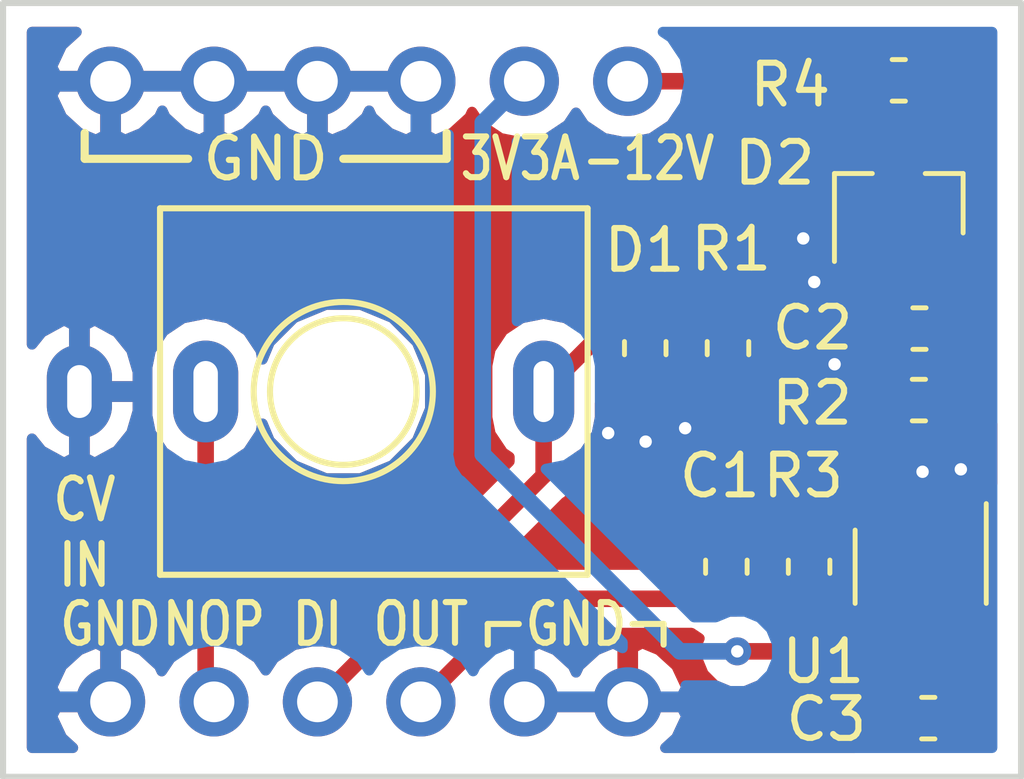
<source format=kicad_pcb>
(kicad_pcb (version 20171130) (host pcbnew "(5.0.0-3-g5ebb6b6)")

  (general
    (thickness 1.6)
    (drawings 21)
    (tracks 51)
    (zones 0)
    (modules 13)
    (nets 9)
  )

  (page A4)
  (layers
    (0 F.Cu signal)
    (31 B.Cu signal)
    (32 B.Adhes user)
    (33 F.Adhes user)
    (34 B.Paste user)
    (35 F.Paste user)
    (36 B.SilkS user)
    (37 F.SilkS user)
    (38 B.Mask user)
    (39 F.Mask user)
    (40 Dwgs.User user)
    (41 Cmts.User user)
    (42 Eco1.User user)
    (43 Eco2.User user)
    (44 Edge.Cuts user)
    (45 Margin user)
    (46 B.CrtYd user hide)
    (47 F.CrtYd user hide)
    (48 B.Fab user hide)
    (49 F.Fab user hide)
  )

  (setup
    (last_trace_width 0.1524)
    (user_trace_width 0.1524)
    (user_trace_width 0.254)
    (user_trace_width 0.4064)
    (user_trace_width 0.635)
    (trace_clearance 0.1524)
    (zone_clearance 0.508)
    (zone_45_only no)
    (trace_min 0.1524)
    (segment_width 0.15)
    (edge_width 0.15)
    (via_size 0.6858)
    (via_drill 0.3048)
    (via_min_size 0.6858)
    (via_min_drill 0.3048)
    (uvia_size 0.3048)
    (uvia_drill 0.1524)
    (uvias_allowed no)
    (uvia_min_size 0.2)
    (uvia_min_drill 0.1)
    (pcb_text_width 0.3)
    (pcb_text_size 1.5 1.5)
    (mod_edge_width 0.15)
    (mod_text_size 1 1)
    (mod_text_width 0.15)
    (pad_size 1.524 1.524)
    (pad_drill 0.762)
    (pad_to_mask_clearance 0.07)
    (solder_mask_min_width 0.07)
    (aux_axis_origin 0 0)
    (visible_elements FFFFFF7F)
    (pcbplotparams
      (layerselection 0x010fc_ffffffff)
      (usegerberextensions false)
      (usegerberattributes false)
      (usegerberadvancedattributes false)
      (creategerberjobfile false)
      (excludeedgelayer true)
      (linewidth 0.100000)
      (plotframeref false)
      (viasonmask false)
      (mode 1)
      (useauxorigin false)
      (hpglpennumber 1)
      (hpglpenspeed 20)
      (hpglpendiameter 15.000000)
      (psnegative false)
      (psa4output false)
      (plotreference true)
      (plotvalue true)
      (plotinvisibletext false)
      (padsonsilk false)
      (subtractmaskfromsilk false)
      (outputformat 1)
      (mirror false)
      (drillshape 1)
      (scaleselection 1)
      (outputdirectory ""))
  )

  (net 0 "")
  (net 1 GND)
  (net 2 "Net-(C1-Pad2)")
  (net 3 -12V)
  (net 4 VREF-10)
  (net 5 NOP)
  (net 6 +3V3)
  (net 7 OUT)
  (net 8 DI)

  (net_class Default "This is the default net class."
    (clearance 0.1524)
    (trace_width 0.1524)
    (via_dia 0.6858)
    (via_drill 0.3048)
    (uvia_dia 0.3048)
    (uvia_drill 0.1524)
    (diff_pair_gap 0.1524)
    (diff_pair_width 0.1524)
    (add_net +3V3)
    (add_net -12V)
    (add_net DI)
    (add_net GND)
    (add_net NOP)
    (add_net "Net-(C1-Pad2)")
    (add_net OUT)
    (add_net VREF-10)
  )

  (module Connector_PinHeader_2.54mm:PinHeader_1x06_P2.54mm_Vertical (layer B.Cu) (tedit 5FC942ED) (tstamp 5FCA2D88)
    (at 116.34 73.16 90)
    (descr "Through hole straight pin header, 1x06, 2.54mm pitch, single row")
    (tags "Through hole pin header THT 1x06 2.54mm single row")
    (path /5FC933AD)
    (fp_text reference J2 (at 0 2.33 90) (layer B.SilkS) hide
      (effects (font (size 1 1) (thickness 0.15)) (justify mirror))
    )
    (fp_text value OUT (at 0 -15.03 90) (layer B.Fab)
      (effects (font (size 1 1) (thickness 0.15)) (justify mirror))
    )
    (fp_line (start -0.635 1.27) (end 1.27 1.27) (layer B.Fab) (width 0.1))
    (fp_line (start 1.27 1.27) (end 1.27 -13.97) (layer B.Fab) (width 0.1))
    (fp_line (start 1.27 -13.97) (end -1.27 -13.97) (layer B.Fab) (width 0.1))
    (fp_line (start -1.27 -13.97) (end -1.27 0.635) (layer B.Fab) (width 0.1))
    (fp_line (start -1.27 0.635) (end -0.635 1.27) (layer B.Fab) (width 0.1))
    (fp_line (start -1.8 1.8) (end -1.8 -14.5) (layer B.CrtYd) (width 0.05))
    (fp_line (start -1.8 -14.5) (end 1.8 -14.5) (layer B.CrtYd) (width 0.05))
    (fp_line (start 1.8 -14.5) (end 1.8 1.8) (layer B.CrtYd) (width 0.05))
    (fp_line (start 1.8 1.8) (end -1.8 1.8) (layer B.CrtYd) (width 0.05))
    (fp_text user %R (at 0 -6.35) (layer B.Fab)
      (effects (font (size 1 1) (thickness 0.15)) (justify mirror))
    )
    (pad 1 thru_hole oval (at 0 0 90) (size 1.7 1.7) (drill 1) (layers *.Cu *.Mask)
      (net 1 GND))
    (pad 2 thru_hole oval (at 0 -2.54 90) (size 1.7 1.7) (drill 1) (layers *.Cu *.Mask)
      (net 1 GND))
    (pad 3 thru_hole oval (at 0 -5.08 90) (size 1.7 1.7) (drill 1) (layers *.Cu *.Mask)
      (net 7 OUT))
    (pad 4 thru_hole oval (at 0 -7.62 90) (size 1.7 1.7) (drill 1) (layers *.Cu *.Mask)
      (net 8 DI))
    (pad 5 thru_hole oval (at 0 -10.16 90) (size 1.7 1.7) (drill 1) (layers *.Cu *.Mask)
      (net 5 NOP))
    (pad 6 thru_hole oval (at 0 -12.7 90) (size 1.7 1.7) (drill 1) (layers *.Cu *.Mask)
      (net 1 GND))
    (model ${KISYS3DMOD}/Connector_PinHeader_2.54mm.3dshapes/PinHeader_1x06_P2.54mm_Vertical.wrl
      (at (xyz 0 0 0))
      (scale (xyz 1 1 1))
      (rotate (xyz 0 0 0))
    )
  )

  (module Connector_PinHeader_2.54mm:PinHeader_1x06_P2.54mm_Vertical (layer B.Cu) (tedit 5FC942C9) (tstamp 5FCA2C6E)
    (at 103.64 57.92 270)
    (descr "Through hole straight pin header, 1x06, 2.54mm pitch, single row")
    (tags "Through hole pin header THT 1x06 2.54mm single row")
    (path /5FCA991E)
    (fp_text reference J3 (at 0 2.33 270) (layer B.SilkS) hide
      (effects (font (size 1 1) (thickness 0.15)) (justify mirror))
    )
    (fp_text value POWER (at 0 -15.03 270) (layer B.Fab)
      (effects (font (size 1 1) (thickness 0.15)) (justify mirror))
    )
    (fp_text user %R (at 0 -6.35 180) (layer B.Fab)
      (effects (font (size 1 1) (thickness 0.15)) (justify mirror))
    )
    (fp_line (start 1.8 1.8) (end -1.8 1.8) (layer B.CrtYd) (width 0.05))
    (fp_line (start 1.8 -14.5) (end 1.8 1.8) (layer B.CrtYd) (width 0.05))
    (fp_line (start -1.8 -14.5) (end 1.8 -14.5) (layer B.CrtYd) (width 0.05))
    (fp_line (start -1.8 1.8) (end -1.8 -14.5) (layer B.CrtYd) (width 0.05))
    (fp_line (start -1.27 0.635) (end -0.635 1.27) (layer B.Fab) (width 0.1))
    (fp_line (start -1.27 -13.97) (end -1.27 0.635) (layer B.Fab) (width 0.1))
    (fp_line (start 1.27 -13.97) (end -1.27 -13.97) (layer B.Fab) (width 0.1))
    (fp_line (start 1.27 1.27) (end 1.27 -13.97) (layer B.Fab) (width 0.1))
    (fp_line (start -0.635 1.27) (end 1.27 1.27) (layer B.Fab) (width 0.1))
    (pad 6 thru_hole oval (at 0 -12.7 270) (size 1.7 1.7) (drill 1) (layers *.Cu *.Mask)
      (net 3 -12V))
    (pad 5 thru_hole oval (at 0 -10.16 270) (size 1.7 1.7) (drill 1) (layers *.Cu *.Mask)
      (net 6 +3V3))
    (pad 4 thru_hole oval (at 0 -7.62 270) (size 1.7 1.7) (drill 1) (layers *.Cu *.Mask)
      (net 1 GND))
    (pad 3 thru_hole oval (at 0 -5.08 270) (size 1.7 1.7) (drill 1) (layers *.Cu *.Mask)
      (net 1 GND))
    (pad 2 thru_hole oval (at 0 -2.54 270) (size 1.7 1.7) (drill 1) (layers *.Cu *.Mask)
      (net 1 GND))
    (pad 1 thru_hole oval (at 0 0 270) (size 1.7 1.7) (drill 1) (layers *.Cu *.Mask)
      (net 1 GND))
    (model ${KISYS3DMOD}/Connector_PinHeader_2.54mm.3dshapes/PinHeader_1x06_P2.54mm_Vertical.wrl
      (at (xyz 0 0 0))
      (scale (xyz 1 1 1))
      (rotate (xyz 0 0 0))
    )
  )

  (module Capacitor_SMD:C_0603_1608Metric (layer F.Cu) (tedit 5B301BBE) (tstamp 5FCB0D8A)
    (at 118.762 69.842 90)
    (descr "Capacitor SMD 0603 (1608 Metric), square (rectangular) end terminal, IPC_7351 nominal, (Body size source: http://www.tortai-tech.com/upload/download/2011102023233369053.pdf), generated with kicad-footprint-generator")
    (tags capacitor)
    (path /5FC94BD6)
    (attr smd)
    (fp_text reference C1 (at 2.232 -0.162 180) (layer F.SilkS)
      (effects (font (size 1 1) (thickness 0.15)))
    )
    (fp_text value 1n (at 0 1.43 90) (layer F.Fab)
      (effects (font (size 1 1) (thickness 0.15)))
    )
    (fp_line (start -0.8 0.4) (end -0.8 -0.4) (layer F.Fab) (width 0.1))
    (fp_line (start -0.8 -0.4) (end 0.8 -0.4) (layer F.Fab) (width 0.1))
    (fp_line (start 0.8 -0.4) (end 0.8 0.4) (layer F.Fab) (width 0.1))
    (fp_line (start 0.8 0.4) (end -0.8 0.4) (layer F.Fab) (width 0.1))
    (fp_line (start -0.162779 -0.51) (end 0.162779 -0.51) (layer F.SilkS) (width 0.12))
    (fp_line (start -0.162779 0.51) (end 0.162779 0.51) (layer F.SilkS) (width 0.12))
    (fp_line (start -1.48 0.73) (end -1.48 -0.73) (layer F.CrtYd) (width 0.05))
    (fp_line (start -1.48 -0.73) (end 1.48 -0.73) (layer F.CrtYd) (width 0.05))
    (fp_line (start 1.48 -0.73) (end 1.48 0.73) (layer F.CrtYd) (width 0.05))
    (fp_line (start 1.48 0.73) (end -1.48 0.73) (layer F.CrtYd) (width 0.05))
    (fp_text user %R (at 0 0 90) (layer F.Fab)
      (effects (font (size 0.4 0.4) (thickness 0.06)))
    )
    (pad 1 smd roundrect (at -0.7875 0 90) (size 0.875 0.95) (layers F.Cu F.Paste F.Mask) (roundrect_rratio 0.25)
      (net 7 OUT))
    (pad 2 smd roundrect (at 0.7875 0 90) (size 0.875 0.95) (layers F.Cu F.Paste F.Mask) (roundrect_rratio 0.25)
      (net 2 "Net-(C1-Pad2)"))
    (model ${KISYS3DMOD}/Capacitor_SMD.3dshapes/C_0603_1608Metric.wrl
      (at (xyz 0 0 0))
      (scale (xyz 1 1 1))
      (rotate (xyz 0 0 0))
    )
  )

  (module Connector_Thonk:ThonkiconnJack (layer F.Cu) (tedit 5FC94102) (tstamp 5FCA18D8)
    (at 109.355 65.54 270)
    (path /5FC82E98)
    (fp_text reference J1 (at 0 -7.5 270) (layer F.SilkS) hide
      (effects (font (size 1 1) (thickness 0.15)))
    )
    (fp_text value IN (at 0 9.3 270) (layer F.Fab)
      (effects (font (size 1 1) (thickness 0.15)))
    )
    (fp_circle (center 0 0) (end 2.2 0) (layer F.SilkS) (width 0.15))
    (fp_line (start -4.5 4.5) (end 4.5 4.5) (layer F.SilkS) (width 0.15))
    (fp_line (start 4.5 -6) (end 4.5 4.5) (layer F.SilkS) (width 0.15))
    (fp_line (start -4.5 -6) (end -4.5 4.5) (layer F.SilkS) (width 0.15))
    (fp_line (start -4.5 -6) (end 4.5 -6) (layer F.SilkS) (width 0.15))
    (fp_circle (center 0 0) (end 1.8 0) (layer F.SilkS) (width 0.15))
    (pad S thru_hole oval (at 0 6.48 270) (size 2.3 1.6) (drill oval 1.3 0.6) (layers *.Cu *.Mask)
      (net 1 GND))
    (pad TN thru_hole oval (at 0 3.38 270) (size 2.5 1.6) (drill oval 1.5 0.6) (layers *.Cu *.Mask)
      (net 5 NOP))
    (pad T thru_hole oval (at 0 -4.92 270) (size 2.5 1.5) (drill oval 1.5 0.5) (layers *.Cu *.Mask)
      (net 8 DI))
    (pad "" np_thru_hole circle (at 0 0 270) (size 3 3) (drill 3) (layers *.Cu *.Mask))
  )

  (module Resistor_SMD:R_0603_1608Metric (layer F.Cu) (tedit 5B301BBD) (tstamp 5FCA24C7)
    (at 118.802 64.474 90)
    (descr "Resistor SMD 0603 (1608 Metric), square (rectangular) end terminal, IPC_7351 nominal, (Body size source: http://www.tortai-tech.com/upload/download/2011102023233369053.pdf), generated with kicad-footprint-generator")
    (tags resistor)
    (path /5FC92D66)
    (attr smd)
    (fp_text reference R1 (at 2.434 0.078 180) (layer F.SilkS)
      (effects (font (size 1 1) (thickness 0.15)))
    )
    (fp_text value 100k (at 0 1.43 90) (layer F.Fab)
      (effects (font (size 1 1) (thickness 0.15)))
    )
    (fp_line (start -0.8 0.4) (end -0.8 -0.4) (layer F.Fab) (width 0.1))
    (fp_line (start -0.8 -0.4) (end 0.8 -0.4) (layer F.Fab) (width 0.1))
    (fp_line (start 0.8 -0.4) (end 0.8 0.4) (layer F.Fab) (width 0.1))
    (fp_line (start 0.8 0.4) (end -0.8 0.4) (layer F.Fab) (width 0.1))
    (fp_line (start -0.162779 -0.51) (end 0.162779 -0.51) (layer F.SilkS) (width 0.12))
    (fp_line (start -0.162779 0.51) (end 0.162779 0.51) (layer F.SilkS) (width 0.12))
    (fp_line (start -1.48 0.73) (end -1.48 -0.73) (layer F.CrtYd) (width 0.05))
    (fp_line (start -1.48 -0.73) (end 1.48 -0.73) (layer F.CrtYd) (width 0.05))
    (fp_line (start 1.48 -0.73) (end 1.48 0.73) (layer F.CrtYd) (width 0.05))
    (fp_line (start 1.48 0.73) (end -1.48 0.73) (layer F.CrtYd) (width 0.05))
    (fp_text user %R (at 0 0 90) (layer F.Fab)
      (effects (font (size 0.4 0.4) (thickness 0.06)))
    )
    (pad 1 smd roundrect (at -0.7875 0 90) (size 0.875 0.95) (layers F.Cu F.Paste F.Mask) (roundrect_rratio 0.25)
      (net 2 "Net-(C1-Pad2)"))
    (pad 2 smd roundrect (at 0.7875 0 90) (size 0.875 0.95) (layers F.Cu F.Paste F.Mask) (roundrect_rratio 0.25)
      (net 8 DI))
    (model ${KISYS3DMOD}/Resistor_SMD.3dshapes/R_0603_1608Metric.wrl
      (at (xyz 0 0 0))
      (scale (xyz 1 1 1))
      (rotate (xyz 0 0 0))
    )
  )

  (module Resistor_SMD:R_0603_1608Metric (layer F.Cu) (tedit 5B301BBD) (tstamp 5FCB06A8)
    (at 123.49 65.75)
    (descr "Resistor SMD 0603 (1608 Metric), square (rectangular) end terminal, IPC_7351 nominal, (Body size source: http://www.tortai-tech.com/upload/download/2011102023233369053.pdf), generated with kicad-footprint-generator")
    (tags resistor)
    (path /5FCABCF0)
    (attr smd)
    (fp_text reference R2 (at -2.624 0.074) (layer F.SilkS)
      (effects (font (size 1 1) (thickness 0.15)))
    )
    (fp_text value 120k (at 0 1.43) (layer F.Fab)
      (effects (font (size 1 1) (thickness 0.15)))
    )
    (fp_text user %R (at 0 0) (layer F.Fab)
      (effects (font (size 0.4 0.4) (thickness 0.06)))
    )
    (fp_line (start 1.48 0.73) (end -1.48 0.73) (layer F.CrtYd) (width 0.05))
    (fp_line (start 1.48 -0.73) (end 1.48 0.73) (layer F.CrtYd) (width 0.05))
    (fp_line (start -1.48 -0.73) (end 1.48 -0.73) (layer F.CrtYd) (width 0.05))
    (fp_line (start -1.48 0.73) (end -1.48 -0.73) (layer F.CrtYd) (width 0.05))
    (fp_line (start -0.162779 0.51) (end 0.162779 0.51) (layer F.SilkS) (width 0.12))
    (fp_line (start -0.162779 -0.51) (end 0.162779 -0.51) (layer F.SilkS) (width 0.12))
    (fp_line (start 0.8 0.4) (end -0.8 0.4) (layer F.Fab) (width 0.1))
    (fp_line (start 0.8 -0.4) (end 0.8 0.4) (layer F.Fab) (width 0.1))
    (fp_line (start -0.8 -0.4) (end 0.8 -0.4) (layer F.Fab) (width 0.1))
    (fp_line (start -0.8 0.4) (end -0.8 -0.4) (layer F.Fab) (width 0.1))
    (pad 2 smd roundrect (at 0.7875 0) (size 0.875 0.95) (layers F.Cu F.Paste F.Mask) (roundrect_rratio 0.25)
      (net 4 VREF-10))
    (pad 1 smd roundrect (at -0.7875 0) (size 0.875 0.95) (layers F.Cu F.Paste F.Mask) (roundrect_rratio 0.25)
      (net 2 "Net-(C1-Pad2)"))
    (model ${KISYS3DMOD}/Resistor_SMD.3dshapes/R_0603_1608Metric.wrl
      (at (xyz 0 0 0))
      (scale (xyz 1 1 1))
      (rotate (xyz 0 0 0))
    )
  )

  (module Resistor_SMD:R_0603_1608Metric (layer F.Cu) (tedit 5B301BBD) (tstamp 5FCB0DBA)
    (at 120.794 69.842 90)
    (descr "Resistor SMD 0603 (1608 Metric), square (rectangular) end terminal, IPC_7351 nominal, (Body size source: http://www.tortai-tech.com/upload/download/2011102023233369053.pdf), generated with kicad-footprint-generator")
    (tags resistor)
    (path /5FCA6E46)
    (attr smd)
    (fp_text reference R3 (at 2.232 -0.144 180) (layer F.SilkS)
      (effects (font (size 1 1) (thickness 0.15)))
    )
    (fp_text value 20k (at 0 1.43 90) (layer F.Fab)
      (effects (font (size 1 1) (thickness 0.15)))
    )
    (fp_line (start -0.8 0.4) (end -0.8 -0.4) (layer F.Fab) (width 0.1))
    (fp_line (start -0.8 -0.4) (end 0.8 -0.4) (layer F.Fab) (width 0.1))
    (fp_line (start 0.8 -0.4) (end 0.8 0.4) (layer F.Fab) (width 0.1))
    (fp_line (start 0.8 0.4) (end -0.8 0.4) (layer F.Fab) (width 0.1))
    (fp_line (start -0.162779 -0.51) (end 0.162779 -0.51) (layer F.SilkS) (width 0.12))
    (fp_line (start -0.162779 0.51) (end 0.162779 0.51) (layer F.SilkS) (width 0.12))
    (fp_line (start -1.48 0.73) (end -1.48 -0.73) (layer F.CrtYd) (width 0.05))
    (fp_line (start -1.48 -0.73) (end 1.48 -0.73) (layer F.CrtYd) (width 0.05))
    (fp_line (start 1.48 -0.73) (end 1.48 0.73) (layer F.CrtYd) (width 0.05))
    (fp_line (start 1.48 0.73) (end -1.48 0.73) (layer F.CrtYd) (width 0.05))
    (fp_text user %R (at 0 0 90) (layer F.Fab)
      (effects (font (size 0.4 0.4) (thickness 0.06)))
    )
    (pad 1 smd roundrect (at -0.7875 0 90) (size 0.875 0.95) (layers F.Cu F.Paste F.Mask) (roundrect_rratio 0.25)
      (net 7 OUT))
    (pad 2 smd roundrect (at 0.7875 0 90) (size 0.875 0.95) (layers F.Cu F.Paste F.Mask) (roundrect_rratio 0.25)
      (net 2 "Net-(C1-Pad2)"))
    (model ${KISYS3DMOD}/Resistor_SMD.3dshapes/R_0603_1608Metric.wrl
      (at (xyz 0 0 0))
      (scale (xyz 1 1 1))
      (rotate (xyz 0 0 0))
    )
  )

  (module Resistor_SMD:R_0603_1608Metric (layer F.Cu) (tedit 5B301BBD) (tstamp 5FCA263B)
    (at 122.996 57.898 180)
    (descr "Resistor SMD 0603 (1608 Metric), square (rectangular) end terminal, IPC_7351 nominal, (Body size source: http://www.tortai-tech.com/upload/download/2011102023233369053.pdf), generated with kicad-footprint-generator")
    (tags resistor)
    (path /5FCAD1D2)
    (attr smd)
    (fp_text reference R4 (at 2.666 -0.112 180) (layer F.SilkS)
      (effects (font (size 1 1) (thickness 0.15)))
    )
    (fp_text value 4.99k (at 0 1.43 180) (layer F.Fab)
      (effects (font (size 1 1) (thickness 0.15)))
    )
    (fp_text user %R (at 0 0 180) (layer F.Fab)
      (effects (font (size 0.4 0.4) (thickness 0.06)))
    )
    (fp_line (start 1.48 0.73) (end -1.48 0.73) (layer F.CrtYd) (width 0.05))
    (fp_line (start 1.48 -0.73) (end 1.48 0.73) (layer F.CrtYd) (width 0.05))
    (fp_line (start -1.48 -0.73) (end 1.48 -0.73) (layer F.CrtYd) (width 0.05))
    (fp_line (start -1.48 0.73) (end -1.48 -0.73) (layer F.CrtYd) (width 0.05))
    (fp_line (start -0.162779 0.51) (end 0.162779 0.51) (layer F.SilkS) (width 0.12))
    (fp_line (start -0.162779 -0.51) (end 0.162779 -0.51) (layer F.SilkS) (width 0.12))
    (fp_line (start 0.8 0.4) (end -0.8 0.4) (layer F.Fab) (width 0.1))
    (fp_line (start 0.8 -0.4) (end 0.8 0.4) (layer F.Fab) (width 0.1))
    (fp_line (start -0.8 -0.4) (end 0.8 -0.4) (layer F.Fab) (width 0.1))
    (fp_line (start -0.8 0.4) (end -0.8 -0.4) (layer F.Fab) (width 0.1))
    (pad 2 smd roundrect (at 0.7875 0 180) (size 0.875 0.95) (layers F.Cu F.Paste F.Mask) (roundrect_rratio 0.25)
      (net 3 -12V))
    (pad 1 smd roundrect (at -0.7875 0 180) (size 0.875 0.95) (layers F.Cu F.Paste F.Mask) (roundrect_rratio 0.25)
      (net 4 VREF-10))
    (model ${KISYS3DMOD}/Resistor_SMD.3dshapes/R_0603_1608Metric.wrl
      (at (xyz 0 0 0))
      (scale (xyz 1 1 1))
      (rotate (xyz 0 0 0))
    )
  )

  (module Resistor_SMD:R_0603_1608Metric (layer F.Cu) (tedit 5B301BBD) (tstamp 5FCB054F)
    (at 116.77 64.474 270)
    (descr "Resistor SMD 0603 (1608 Metric), square (rectangular) end terminal, IPC_7351 nominal, (Body size source: http://www.tortai-tech.com/upload/download/2011102023233369053.pdf), generated with kicad-footprint-generator")
    (tags resistor)
    (path /5FCAD855)
    (attr smd)
    (fp_text reference D1 (at -2.404 0.02) (layer F.SilkS)
      (effects (font (size 1 1) (thickness 0.15)))
    )
    (fp_text value D_TVS (at 0 1.43 270) (layer F.Fab)
      (effects (font (size 1 1) (thickness 0.15)))
    )
    (fp_line (start -0.8 0.4) (end -0.8 -0.4) (layer F.Fab) (width 0.1))
    (fp_line (start -0.8 -0.4) (end 0.8 -0.4) (layer F.Fab) (width 0.1))
    (fp_line (start 0.8 -0.4) (end 0.8 0.4) (layer F.Fab) (width 0.1))
    (fp_line (start 0.8 0.4) (end -0.8 0.4) (layer F.Fab) (width 0.1))
    (fp_line (start -0.162779 -0.51) (end 0.162779 -0.51) (layer F.SilkS) (width 0.12))
    (fp_line (start -0.162779 0.51) (end 0.162779 0.51) (layer F.SilkS) (width 0.12))
    (fp_line (start -1.48 0.73) (end -1.48 -0.73) (layer F.CrtYd) (width 0.05))
    (fp_line (start -1.48 -0.73) (end 1.48 -0.73) (layer F.CrtYd) (width 0.05))
    (fp_line (start 1.48 -0.73) (end 1.48 0.73) (layer F.CrtYd) (width 0.05))
    (fp_line (start 1.48 0.73) (end -1.48 0.73) (layer F.CrtYd) (width 0.05))
    (fp_text user %R (at 0 0 270) (layer F.Fab)
      (effects (font (size 0.4 0.4) (thickness 0.06)))
    )
    (pad 1 smd roundrect (at -0.7875 0 270) (size 0.875 0.95) (layers F.Cu F.Paste F.Mask) (roundrect_rratio 0.25)
      (net 8 DI))
    (pad 2 smd roundrect (at 0.7875 0 270) (size 0.875 0.95) (layers F.Cu F.Paste F.Mask) (roundrect_rratio 0.25)
      (net 1 GND))
    (model ${KISYS3DMOD}/Resistor_SMD.3dshapes/R_0603_1608Metric.wrl
      (at (xyz 0 0 0))
      (scale (xyz 1 1 1))
      (rotate (xyz 0 0 0))
    )
  )

  (module Package_TO_SOT_SMD:SOT-23 (layer F.Cu) (tedit 5A02FF57) (tstamp 5FCB0564)
    (at 122.996 60.946 90)
    (descr "SOT-23, Standard")
    (tags SOT-23)
    (path /5FCAD41B)
    (attr smd)
    (fp_text reference D2 (at 1.016 -3.048 180) (layer F.SilkS)
      (effects (font (size 1 1) (thickness 0.15)))
    )
    (fp_text value LM4040DBZ-10 (at 0 2.5 90) (layer F.Fab)
      (effects (font (size 1 1) (thickness 0.15)))
    )
    (fp_text user %R (at 0 0 180) (layer F.Fab)
      (effects (font (size 0.5 0.5) (thickness 0.075)))
    )
    (fp_line (start -0.7 -0.95) (end -0.7 1.5) (layer F.Fab) (width 0.1))
    (fp_line (start -0.15 -1.52) (end 0.7 -1.52) (layer F.Fab) (width 0.1))
    (fp_line (start -0.7 -0.95) (end -0.15 -1.52) (layer F.Fab) (width 0.1))
    (fp_line (start 0.7 -1.52) (end 0.7 1.52) (layer F.Fab) (width 0.1))
    (fp_line (start -0.7 1.52) (end 0.7 1.52) (layer F.Fab) (width 0.1))
    (fp_line (start 0.76 1.58) (end 0.76 0.65) (layer F.SilkS) (width 0.12))
    (fp_line (start 0.76 -1.58) (end 0.76 -0.65) (layer F.SilkS) (width 0.12))
    (fp_line (start -1.7 -1.75) (end 1.7 -1.75) (layer F.CrtYd) (width 0.05))
    (fp_line (start 1.7 -1.75) (end 1.7 1.75) (layer F.CrtYd) (width 0.05))
    (fp_line (start 1.7 1.75) (end -1.7 1.75) (layer F.CrtYd) (width 0.05))
    (fp_line (start -1.7 1.75) (end -1.7 -1.75) (layer F.CrtYd) (width 0.05))
    (fp_line (start 0.76 -1.58) (end -1.4 -1.58) (layer F.SilkS) (width 0.12))
    (fp_line (start 0.76 1.58) (end -0.7 1.58) (layer F.SilkS) (width 0.12))
    (pad 1 smd rect (at -1 -0.95 90) (size 0.9 0.8) (layers F.Cu F.Paste F.Mask)
      (net 1 GND))
    (pad 2 smd rect (at -1 0.95 90) (size 0.9 0.8) (layers F.Cu F.Paste F.Mask)
      (net 4 VREF-10))
    (pad 3 smd rect (at 1 0 90) (size 0.9 0.8) (layers F.Cu F.Paste F.Mask))
    (model ${KISYS3DMOD}/Package_TO_SOT_SMD.3dshapes/SOT-23.wrl
      (at (xyz 0 0 0))
      (scale (xyz 1 1 1))
      (rotate (xyz 0 0 0))
    )
  )

  (module Package_TO_SOT_SMD:SOT-23-5 (layer F.Cu) (tedit 5A02FF57) (tstamp 5FCB0D52)
    (at 123.534 69.842 270)
    (descr "5-pin SOT23 package")
    (tags SOT-23-5)
    (path /5FCAD503)
    (attr smd)
    (fp_text reference U1 (at 2.328 2.394) (layer F.SilkS)
      (effects (font (size 1 1) (thickness 0.15)))
    )
    (fp_text value MCP6001U (at 0 2.9 270) (layer F.Fab)
      (effects (font (size 1 1) (thickness 0.15)))
    )
    (fp_text user %R (at 0 0) (layer F.Fab)
      (effects (font (size 0.5 0.5) (thickness 0.075)))
    )
    (fp_line (start -0.9 1.61) (end 0.9 1.61) (layer F.SilkS) (width 0.12))
    (fp_line (start 0.9 -1.61) (end -1.55 -1.61) (layer F.SilkS) (width 0.12))
    (fp_line (start -1.9 -1.8) (end 1.9 -1.8) (layer F.CrtYd) (width 0.05))
    (fp_line (start 1.9 -1.8) (end 1.9 1.8) (layer F.CrtYd) (width 0.05))
    (fp_line (start 1.9 1.8) (end -1.9 1.8) (layer F.CrtYd) (width 0.05))
    (fp_line (start -1.9 1.8) (end -1.9 -1.8) (layer F.CrtYd) (width 0.05))
    (fp_line (start -0.9 -0.9) (end -0.25 -1.55) (layer F.Fab) (width 0.1))
    (fp_line (start 0.9 -1.55) (end -0.25 -1.55) (layer F.Fab) (width 0.1))
    (fp_line (start -0.9 -0.9) (end -0.9 1.55) (layer F.Fab) (width 0.1))
    (fp_line (start 0.9 1.55) (end -0.9 1.55) (layer F.Fab) (width 0.1))
    (fp_line (start 0.9 -1.55) (end 0.9 1.55) (layer F.Fab) (width 0.1))
    (pad 1 smd rect (at -1.1 -0.95 270) (size 1.06 0.65) (layers F.Cu F.Paste F.Mask)
      (net 1 GND))
    (pad 2 smd rect (at -1.1 0 270) (size 1.06 0.65) (layers F.Cu F.Paste F.Mask)
      (net 1 GND))
    (pad 3 smd rect (at -1.1 0.95 270) (size 1.06 0.65) (layers F.Cu F.Paste F.Mask)
      (net 2 "Net-(C1-Pad2)"))
    (pad 4 smd rect (at 1.1 0.95 270) (size 1.06 0.65) (layers F.Cu F.Paste F.Mask)
      (net 7 OUT))
    (pad 5 smd rect (at 1.1 -0.95 270) (size 1.06 0.65) (layers F.Cu F.Paste F.Mask)
      (net 6 +3V3))
    (model ${KISYS3DMOD}/Package_TO_SOT_SMD.3dshapes/SOT-23-5.wrl
      (at (xyz 0 0 0))
      (scale (xyz 1 1 1))
      (rotate (xyz 0 0 0))
    )
  )

  (module Capacitor_SMD:C_0603_1608Metric (layer F.Cu) (tedit 5B301BBE) (tstamp 5FCB1DE6)
    (at 123.504 63.994)
    (descr "Capacitor SMD 0603 (1608 Metric), square (rectangular) end terminal, IPC_7351 nominal, (Body size source: http://www.tortai-tech.com/upload/download/2011102023233369053.pdf), generated with kicad-footprint-generator")
    (tags capacitor)
    (path /5FCAD62F)
    (attr smd)
    (fp_text reference C2 (at -2.624 -0.014) (layer F.SilkS)
      (effects (font (size 1 1) (thickness 0.15)))
    )
    (fp_text value 1u (at 0 1.43) (layer F.Fab)
      (effects (font (size 1 1) (thickness 0.15)))
    )
    (fp_line (start -0.8 0.4) (end -0.8 -0.4) (layer F.Fab) (width 0.1))
    (fp_line (start -0.8 -0.4) (end 0.8 -0.4) (layer F.Fab) (width 0.1))
    (fp_line (start 0.8 -0.4) (end 0.8 0.4) (layer F.Fab) (width 0.1))
    (fp_line (start 0.8 0.4) (end -0.8 0.4) (layer F.Fab) (width 0.1))
    (fp_line (start -0.162779 -0.51) (end 0.162779 -0.51) (layer F.SilkS) (width 0.12))
    (fp_line (start -0.162779 0.51) (end 0.162779 0.51) (layer F.SilkS) (width 0.12))
    (fp_line (start -1.48 0.73) (end -1.48 -0.73) (layer F.CrtYd) (width 0.05))
    (fp_line (start -1.48 -0.73) (end 1.48 -0.73) (layer F.CrtYd) (width 0.05))
    (fp_line (start 1.48 -0.73) (end 1.48 0.73) (layer F.CrtYd) (width 0.05))
    (fp_line (start 1.48 0.73) (end -1.48 0.73) (layer F.CrtYd) (width 0.05))
    (fp_text user %R (at 0 0) (layer F.Fab)
      (effects (font (size 0.4 0.4) (thickness 0.06)))
    )
    (pad 1 smd roundrect (at -0.7875 0) (size 0.875 0.95) (layers F.Cu F.Paste F.Mask) (roundrect_rratio 0.25)
      (net 1 GND))
    (pad 2 smd roundrect (at 0.7875 0) (size 0.875 0.95) (layers F.Cu F.Paste F.Mask) (roundrect_rratio 0.25)
      (net 4 VREF-10))
    (model ${KISYS3DMOD}/Capacitor_SMD.3dshapes/C_0603_1608Metric.wrl
      (at (xyz 0 0 0))
      (scale (xyz 1 1 1))
      (rotate (xyz 0 0 0))
    )
  )

  (module Capacitor_SMD:C_0603_1608Metric (layer F.Cu) (tedit 5B301BBE) (tstamp 5FCE3469)
    (at 123.72 73.56)
    (descr "Capacitor SMD 0603 (1608 Metric), square (rectangular) end terminal, IPC_7351 nominal, (Body size source: http://www.tortai-tech.com/upload/download/2011102023233369053.pdf), generated with kicad-footprint-generator")
    (tags capacitor)
    (path /5FCE3B02)
    (attr smd)
    (fp_text reference C3 (at -2.5025 0.03) (layer F.SilkS)
      (effects (font (size 1 1) (thickness 0.15)))
    )
    (fp_text value 100n (at 0 1.43) (layer F.Fab)
      (effects (font (size 1 1) (thickness 0.15)))
    )
    (fp_line (start -0.8 0.4) (end -0.8 -0.4) (layer F.Fab) (width 0.1))
    (fp_line (start -0.8 -0.4) (end 0.8 -0.4) (layer F.Fab) (width 0.1))
    (fp_line (start 0.8 -0.4) (end 0.8 0.4) (layer F.Fab) (width 0.1))
    (fp_line (start 0.8 0.4) (end -0.8 0.4) (layer F.Fab) (width 0.1))
    (fp_line (start -0.162779 -0.51) (end 0.162779 -0.51) (layer F.SilkS) (width 0.12))
    (fp_line (start -0.162779 0.51) (end 0.162779 0.51) (layer F.SilkS) (width 0.12))
    (fp_line (start -1.48 0.73) (end -1.48 -0.73) (layer F.CrtYd) (width 0.05))
    (fp_line (start -1.48 -0.73) (end 1.48 -0.73) (layer F.CrtYd) (width 0.05))
    (fp_line (start 1.48 -0.73) (end 1.48 0.73) (layer F.CrtYd) (width 0.05))
    (fp_line (start 1.48 0.73) (end -1.48 0.73) (layer F.CrtYd) (width 0.05))
    (fp_text user %R (at 0 0) (layer F.Fab)
      (effects (font (size 0.4 0.4) (thickness 0.06)))
    )
    (pad 1 smd roundrect (at -0.7875 0) (size 0.875 0.95) (layers F.Cu F.Paste F.Mask) (roundrect_rratio 0.25)
      (net 1 GND))
    (pad 2 smd roundrect (at 0.7875 0) (size 0.875 0.95) (layers F.Cu F.Paste F.Mask) (roundrect_rratio 0.25)
      (net 6 +3V3))
    (model ${KISYS3DMOD}/Capacitor_SMD.3dshapes/C_0603_1608Metric.wrl
      (at (xyz 0 0 0))
      (scale (xyz 1 1 1))
      (rotate (xyz 0 0 0))
    )
  )

  (gr_line (start 117.221 71.247) (end 116.459 71.247) (layer F.SilkS) (width 0.15))
  (gr_line (start 117.221 71.247) (end 117.221 71.755) (layer F.SilkS) (width 0.15))
  (gr_line (start 112.903 71.247) (end 112.903 71.755) (layer F.SilkS) (width 0.15))
  (gr_line (start 113.665 71.247) (end 112.903 71.247) (layer F.SilkS) (width 0.15))
  (gr_text GND (at 103.64 71.255) (layer F.SilkS) (tstamp 5FF43B2C)
    (effects (font (size 1 0.8) (thickness 0.15)))
  )
  (gr_text NOP (at 106.18 71.255) (layer F.SilkS) (tstamp 5FF43B27)
    (effects (font (size 1 0.8) (thickness 0.15)))
  )
  (gr_text DI (at 108.72 71.255) (layer F.SilkS) (tstamp 5FF43B0F)
    (effects (font (size 1 0.8) (thickness 0.15)))
  )
  (gr_text OUT (at 111.26 71.255) (layer F.SilkS) (tstamp 5FCB0C91)
    (effects (font (size 1 0.8) (thickness 0.15)))
  )
  (gr_text -12V (at 116.85 59.82) (layer F.SilkS) (tstamp 5FCE3D40)
    (effects (font (size 1 0.8) (thickness 0.15)))
  )
  (gr_text "CV\nIN" (at 103 69) (layer F.SilkS) (tstamp 5FC9695F)
    (effects (font (size 1 0.8) (thickness 0.15)))
  )
  (gr_line (start 101 56) (end 101 75) (layer Edge.Cuts) (width 0.15))
  (gr_line (start 126 56) (end 101 56) (layer Edge.Cuts) (width 0.15))
  (gr_line (start 126 75) (end 126 56) (layer Edge.Cuts) (width 0.15))
  (gr_line (start 101 75) (end 126 75) (layer Edge.Cuts) (width 0.15))
  (gr_text GND (at 115.07 71.255) (layer F.SilkS) (tstamp 5FCA3192)
    (effects (font (size 1 0.8) (thickness 0.15)))
  )
  (gr_line (start 111.895 59.825) (end 111.895 59.19) (layer F.SilkS) (width 0.2))
  (gr_line (start 109.355 59.825) (end 111.895 59.825) (layer F.SilkS) (width 0.2))
  (gr_line (start 103.005 59.825) (end 105.545 59.825) (layer F.SilkS) (width 0.2))
  (gr_line (start 103.005 59.19) (end 103.005 59.825) (layer F.SilkS) (width 0.2))
  (gr_text GND (at 107.45 59.825) (layer F.SilkS) (tstamp 5FCA316C)
    (effects (font (size 1 1) (thickness 0.15)))
  )
  (gr_text 3V3A (at 113.7 59.82) (layer F.SilkS)
    (effects (font (size 1 0.8) (thickness 0.15)))
  )

  (via (at 120.92 62.85) (size 0.6858) (drill 0.3048) (layers F.Cu B.Cu) (net 1))
  (via (at 120.65 61.78) (size 0.6858) (drill 0.3048) (layers F.Cu B.Cu) (net 1))
  (via (at 124.52 67.45) (size 0.6858) (drill 0.3048) (layers F.Cu B.Cu) (net 1))
  (via (at 123.58 67.51) (size 0.6858) (drill 0.3048) (layers F.Cu B.Cu) (net 1))
  (segment (start 123.534 68.742) (end 124.484 68.742) (width 0.635) (layer F.Cu) (net 1))
  (segment (start 124.484 67.486) (end 124.52 67.45) (width 0.635) (layer F.Cu) (net 1))
  (segment (start 124.484 68.742) (end 124.484 67.486) (width 0.635) (layer F.Cu) (net 1))
  (segment (start 123.534 67.556) (end 123.58 67.51) (width 0.635) (layer F.Cu) (net 1))
  (segment (start 123.534 68.742) (end 123.534 67.556) (width 0.635) (layer F.Cu) (net 1))
  (via (at 121.42 64.87) (size 0.6858) (drill 0.3048) (layers F.Cu B.Cu) (net 1))
  (segment (start 116.34 73.16) (end 116.34 73.0515) (width 0.4064) (layer F.Cu) (net 1))
  (via (at 115.86 66.56) (size 0.6858) (drill 0.3048) (layers F.Cu B.Cu) (net 1))
  (via (at 117.75 66.44) (size 0.6858) (drill 0.3048) (layers F.Cu B.Cu) (net 1))
  (via (at 116.78 66.77) (size 0.6858) (drill 0.3048) (layers F.Cu B.Cu) (net 1))
  (segment (start 118.802 69.0145) (end 118.762 69.0545) (width 0.4064) (layer F.Cu) (net 2))
  (segment (start 118.802 65.2615) (end 118.802 69.0145) (width 0.4064) (layer F.Cu) (net 2))
  (segment (start 118.762 69.0545) (end 120.794 69.0545) (width 0.4064) (layer F.Cu) (net 2))
  (segment (start 122.2715 69.0545) (end 122.584 68.742) (width 0.4064) (layer F.Cu) (net 2))
  (segment (start 120.794 69.0545) (end 122.2715 69.0545) (width 0.4064) (layer F.Cu) (net 2))
  (segment (start 122.7025 68.6235) (end 122.584 68.742) (width 0.4064) (layer F.Cu) (net 2))
  (segment (start 122.7025 65.75) (end 122.7025 68.6235) (width 0.4064) (layer F.Cu) (net 2))
  (segment (start 122.1865 57.92) (end 122.2085 57.898) (width 0.4064) (layer F.Cu) (net 3))
  (segment (start 116.34 57.92) (end 122.1865 57.92) (width 0.4064) (layer F.Cu) (net 3))
  (segment (start 124.2915 62.2915) (end 123.946 61.946) (width 0.4064) (layer F.Cu) (net 4))
  (segment (start 124.2915 63.994) (end 124.2915 62.2915) (width 0.4064) (layer F.Cu) (net 4))
  (segment (start 123.946 58.0605) (end 123.7835 57.898) (width 0.4064) (layer F.Cu) (net 4))
  (segment (start 123.946 61.946) (end 123.946 58.0605) (width 0.4064) (layer F.Cu) (net 4))
  (segment (start 124.2915 65.736) (end 124.2775 65.75) (width 0.4064) (layer F.Cu) (net 4))
  (segment (start 124.2915 63.994) (end 124.2915 65.736) (width 0.4064) (layer F.Cu) (net 4))
  (segment (start 105.975 72.955) (end 106.18 73.16) (width 0.4064) (layer F.Cu) (net 5))
  (segment (start 105.975 65.54) (end 105.975 72.955) (width 0.4064) (layer F.Cu) (net 5))
  (segment (start 124.484 73.5365) (end 124.5075 73.56) (width 0.4064) (layer F.Cu) (net 6))
  (segment (start 124.484 70.942) (end 124.484 72.18) (width 0.4064) (layer F.Cu) (net 6))
  (segment (start 124.484 72.18) (end 124.484 73.5365) (width 0.4064) (layer F.Cu) (net 6))
  (via (at 119.03 71.92) (size 0.6858) (drill 0.3048) (layers F.Cu B.Cu) (net 6))
  (segment (start 124.224 71.92) (end 124.484 72.18) (width 0.4064) (layer F.Cu) (net 6))
  (segment (start 119.03 71.92) (end 124.224 71.92) (width 0.4064) (layer F.Cu) (net 6))
  (segment (start 117.62 71.92) (end 119.03 71.92) (width 0.4064) (layer B.Cu) (net 6))
  (segment (start 112.78 58.94) (end 112.78 67.08) (width 0.4064) (layer B.Cu) (net 6))
  (segment (start 112.78 67.08) (end 117.62 71.92) (width 0.4064) (layer B.Cu) (net 6))
  (segment (start 113.8 57.92) (end 112.78 58.94) (width 0.4064) (layer B.Cu) (net 6))
  (segment (start 118.762 70.6295) (end 120.794 70.6295) (width 0.4064) (layer F.Cu) (net 7))
  (segment (start 122.2715 70.6295) (end 122.584 70.942) (width 0.4064) (layer F.Cu) (net 7))
  (segment (start 120.794 70.6295) (end 122.2715 70.6295) (width 0.4064) (layer F.Cu) (net 7))
  (segment (start 113.7905 70.6295) (end 111.26 73.16) (width 0.4064) (layer F.Cu) (net 7))
  (segment (start 118.762 70.6295) (end 113.7905 70.6295) (width 0.4064) (layer F.Cu) (net 7))
  (segment (start 116.1285 63.6865) (end 114.275 65.54) (width 0.4064) (layer F.Cu) (net 8))
  (segment (start 116.77 63.6865) (end 116.1285 63.6865) (width 0.4064) (layer F.Cu) (net 8))
  (segment (start 118.802 63.6865) (end 116.77 63.6865) (width 0.4064) (layer F.Cu) (net 8))
  (segment (start 114.275 67.605) (end 108.72 73.16) (width 0.4064) (layer F.Cu) (net 8))
  (segment (start 114.275 65.54) (end 114.275 67.605) (width 0.4064) (layer F.Cu) (net 8))

  (zone (net 1) (net_name GND) (layer F.Cu) (tstamp 5FCE36BA) (hatch edge 0.508)
    (connect_pads (clearance 0.508))
    (min_thickness 0.254)
    (fill yes (arc_segments 16) (thermal_gap 0.508) (thermal_bridge_width 0.508))
    (polygon
      (pts
        (xy 101 56) (xy 101 75) (xy 126 75) (xy 126 56)
      )
    )
    (filled_polygon
      (pts
        (xy 118.103558 71.601255) (xy 118.0521 71.725484) (xy 118.0521 72.114516) (xy 118.200977 72.473936) (xy 118.476064 72.749023)
        (xy 118.835484 72.8979) (xy 119.224516 72.8979) (xy 119.561781 72.7582) (xy 121.943046 72.7582) (xy 121.86 72.95869)
        (xy 121.86 73.27425) (xy 122.01875 73.433) (xy 122.8055 73.433) (xy 122.8055 73.413) (xy 123.0595 73.413)
        (xy 123.0595 73.433) (xy 123.0795 73.433) (xy 123.0795 73.687) (xy 123.0595 73.687) (xy 123.0595 73.707)
        (xy 122.8055 73.707) (xy 122.8055 73.687) (xy 122.01875 73.687) (xy 121.86 73.84575) (xy 121.86 74.16131)
        (xy 121.913305 74.29) (xy 117.26235 74.29) (xy 117.535183 74.041358) (xy 117.781486 73.516892) (xy 117.660819 73.287)
        (xy 116.467 73.287) (xy 116.467 73.307) (xy 116.213 73.307) (xy 116.213 73.287) (xy 113.927 73.287)
        (xy 113.927 73.307) (xy 113.673 73.307) (xy 113.673 73.287) (xy 113.653 73.287) (xy 113.653 73.033)
        (xy 113.673 73.033) (xy 113.673 73.013) (xy 113.927 73.013) (xy 113.927 73.033) (xy 116.213 73.033)
        (xy 116.213 71.839845) (xy 116.467 71.839845) (xy 116.467 73.033) (xy 117.660819 73.033) (xy 117.781486 72.803108)
        (xy 117.535183 72.278642) (xy 117.106924 71.888355) (xy 116.69689 71.718524) (xy 116.467 71.839845) (xy 116.213 71.839845)
        (xy 115.98311 71.718524) (xy 115.573076 71.888355) (xy 115.144817 72.278642) (xy 115.07 72.437954) (xy 114.995183 72.278642)
        (xy 114.566924 71.888355) (xy 114.15689 71.718524) (xy 113.927002 71.839844) (xy 113.927002 71.678392) (xy 114.137694 71.4677)
        (xy 117.903679 71.4677)
      )
    )
    (filled_polygon
      (pts
        (xy 102.444817 57.038642) (xy 102.198514 57.563108) (xy 102.319181 57.793) (xy 103.513 57.793) (xy 103.513 57.773)
        (xy 103.767 57.773) (xy 103.767 57.793) (xy 106.053 57.793) (xy 106.053 57.773) (xy 106.307 57.773)
        (xy 106.307 57.793) (xy 108.593 57.793) (xy 108.593 57.773) (xy 108.847 57.773) (xy 108.847 57.793)
        (xy 111.133 57.793) (xy 111.133 57.773) (xy 111.387 57.773) (xy 111.387 57.793) (xy 111.407 57.793)
        (xy 111.407 58.047) (xy 111.387 58.047) (xy 111.387 59.240155) (xy 111.61689 59.361476) (xy 112.026924 59.191645)
        (xy 112.455183 58.801358) (xy 112.516157 58.671522) (xy 112.729375 58.990625) (xy 113.220582 59.318839) (xy 113.653744 59.405)
        (xy 113.946256 59.405) (xy 114.379418 59.318839) (xy 114.870625 58.990625) (xy 115.07 58.692239) (xy 115.269375 58.990625)
        (xy 115.760582 59.318839) (xy 116.193744 59.405) (xy 116.486256 59.405) (xy 116.919418 59.318839) (xy 117.410625 58.990625)
        (xy 117.565926 58.7582) (xy 121.371555 58.7582) (xy 121.377261 58.766739) (xy 121.658273 58.954505) (xy 121.98975 59.02044)
        (xy 122.164757 59.02044) (xy 122.138191 59.038191) (xy 121.997843 59.248235) (xy 121.94856 59.496) (xy 121.94856 60.396)
        (xy 121.997843 60.643765) (xy 122.138191 60.853809) (xy 122.258531 60.934219) (xy 122.173 61.01975) (xy 122.173 61.819)
        (xy 122.193 61.819) (xy 122.193 62.073) (xy 122.173 62.073) (xy 122.173 62.093) (xy 121.919 62.093)
        (xy 121.919 62.073) (xy 121.16975 62.073) (xy 121.011 62.23175) (xy 121.011 62.522309) (xy 121.107673 62.755698)
        (xy 121.286301 62.934327) (xy 121.51969 63.031) (xy 121.76025 63.031) (xy 121.918998 62.872252) (xy 121.918998 62.980977)
        (xy 121.740673 63.159301) (xy 121.644 63.39269) (xy 121.644 63.70825) (xy 121.80275 63.867) (xy 122.5895 63.867)
        (xy 122.5895 63.847) (xy 122.8435 63.847) (xy 122.8435 63.867) (xy 122.8635 63.867) (xy 122.8635 64.121)
        (xy 122.8435 64.121) (xy 122.8435 64.141) (xy 122.5895 64.141) (xy 122.5895 64.121) (xy 121.80275 64.121)
        (xy 121.644 64.27975) (xy 121.644 64.59531) (xy 121.740673 64.828699) (xy 121.840008 64.928034) (xy 121.683495 65.162273)
        (xy 121.61756 65.49375) (xy 121.61756 66.00625) (xy 121.683495 66.337727) (xy 121.8643 66.608322) (xy 121.864301 67.712022)
        (xy 121.801191 67.754191) (xy 121.660843 67.964235) (xy 121.615587 68.191755) (xy 121.381727 68.035495) (xy 121.05025 67.96956)
        (xy 120.53775 67.96956) (xy 120.206273 68.035495) (xy 119.935679 68.2163) (xy 119.6402 68.2163) (xy 119.6402 66.113144)
        (xy 119.670739 66.092739) (xy 119.858505 65.811727) (xy 119.92444 65.48025) (xy 119.92444 65.04275) (xy 119.858505 64.711273)
        (xy 119.699964 64.474) (xy 119.858505 64.236727) (xy 119.92444 63.90525) (xy 119.92444 63.46775) (xy 119.858505 63.136273)
        (xy 119.670739 62.855261) (xy 119.389727 62.667495) (xy 119.05825 62.60156) (xy 118.54575 62.60156) (xy 118.214273 62.667495)
        (xy 117.943679 62.8483) (xy 117.628321 62.8483) (xy 117.357727 62.667495) (xy 117.02625 62.60156) (xy 116.51375 62.60156)
        (xy 116.182273 62.667495) (xy 115.901261 62.855261) (xy 115.884448 62.880424) (xy 115.801451 62.896933) (xy 115.801449 62.896934)
        (xy 115.80145 62.896934) (xy 115.594177 63.035429) (xy 115.594176 63.03543) (xy 115.524192 63.082192) (xy 115.47743 63.152176)
        (xy 114.862666 63.766941) (xy 114.8154 63.735359) (xy 114.275 63.627867) (xy 113.734601 63.735359) (xy 113.276472 64.041471)
        (xy 112.970359 64.4996) (xy 112.89 64.903593) (xy 112.89 66.176406) (xy 112.970359 66.580399) (xy 113.276471 67.038528)
        (xy 113.436801 67.145657) (xy 113.436801 67.257805) (xy 108.994164 71.700442) (xy 108.866256 71.675) (xy 108.573744 71.675)
        (xy 108.140582 71.761161) (xy 107.649375 72.089375) (xy 107.45 72.387761) (xy 107.250625 72.089375) (xy 106.8132 71.797097)
        (xy 106.8132 67.155791) (xy 107.009576 67.024577) (xy 107.32674 66.549909) (xy 107.370755 66.328632) (xy 107.545034 66.74938)
        (xy 108.14562 67.349966) (xy 108.930322 67.675) (xy 109.779678 67.675) (xy 110.56438 67.349966) (xy 111.164966 66.74938)
        (xy 111.49 65.964678) (xy 111.49 65.115322) (xy 111.164966 64.33062) (xy 110.56438 63.730034) (xy 109.779678 63.405)
        (xy 108.930322 63.405) (xy 108.14562 63.730034) (xy 107.545034 64.33062) (xy 107.370755 64.751368) (xy 107.32674 64.530091)
        (xy 107.009577 64.055423) (xy 106.534909 63.73826) (xy 105.975 63.626887) (xy 105.415092 63.73826) (xy 104.940424 64.055423)
        (xy 104.62326 64.530091) (xy 104.54 64.948667) (xy 104.54 66.131332) (xy 104.62326 66.549908) (xy 104.940423 67.024576)
        (xy 105.1368 67.155791) (xy 105.136801 72.07105) (xy 105.109375 72.089375) (xy 104.896157 72.408478) (xy 104.835183 72.278642)
        (xy 104.406924 71.888355) (xy 103.99689 71.718524) (xy 103.767 71.839845) (xy 103.767 73.033) (xy 103.787 73.033)
        (xy 103.787 73.287) (xy 103.767 73.287) (xy 103.767 73.307) (xy 103.513 73.307) (xy 103.513 73.287)
        (xy 102.319181 73.287) (xy 102.198514 73.516892) (xy 102.444817 74.041358) (xy 102.71765 74.29) (xy 101.71 74.29)
        (xy 101.71 72.803108) (xy 102.198514 72.803108) (xy 102.319181 73.033) (xy 103.513 73.033) (xy 103.513 71.839845)
        (xy 103.28311 71.718524) (xy 102.873076 71.888355) (xy 102.444817 72.278642) (xy 102.198514 72.803108) (xy 101.71 72.803108)
        (xy 101.71 66.695952) (xy 101.950104 66.9945) (xy 102.443181 67.264367) (xy 102.525961 67.281904) (xy 102.748 67.159915)
        (xy 102.748 65.667) (xy 103.002 65.667) (xy 103.002 67.159915) (xy 103.224039 67.281904) (xy 103.306819 67.264367)
        (xy 103.799896 66.9945) (xy 104.152166 66.556483) (xy 104.31 66.017) (xy 104.31 65.667) (xy 103.002 65.667)
        (xy 102.748 65.667) (xy 102.728 65.667) (xy 102.728 65.413) (xy 102.748 65.413) (xy 102.748 63.920085)
        (xy 103.002 63.920085) (xy 103.002 65.413) (xy 104.31 65.413) (xy 104.31 65.063) (xy 104.152166 64.523517)
        (xy 103.799896 64.0855) (xy 103.306819 63.815633) (xy 103.224039 63.798096) (xy 103.002 63.920085) (xy 102.748 63.920085)
        (xy 102.525961 63.798096) (xy 102.443181 63.815633) (xy 101.950104 64.0855) (xy 101.71 64.384048) (xy 101.71 61.369691)
        (xy 121.011 61.369691) (xy 121.011 61.66025) (xy 121.16975 61.819) (xy 121.919 61.819) (xy 121.919 61.01975)
        (xy 121.76025 60.861) (xy 121.51969 60.861) (xy 121.286301 60.957673) (xy 121.107673 61.136302) (xy 121.011 61.369691)
        (xy 101.71 61.369691) (xy 101.71 58.276892) (xy 102.198514 58.276892) (xy 102.444817 58.801358) (xy 102.873076 59.191645)
        (xy 103.28311 59.361476) (xy 103.513 59.240155) (xy 103.513 58.047) (xy 103.767 58.047) (xy 103.767 59.240155)
        (xy 103.99689 59.361476) (xy 104.406924 59.191645) (xy 104.835183 58.801358) (xy 104.91 58.642046) (xy 104.984817 58.801358)
        (xy 105.413076 59.191645) (xy 105.82311 59.361476) (xy 106.053 59.240155) (xy 106.053 58.047) (xy 106.307 58.047)
        (xy 106.307 59.240155) (xy 106.53689 59.361476) (xy 106.946924 59.191645) (xy 107.375183 58.801358) (xy 107.45 58.642046)
        (xy 107.524817 58.801358) (xy 107.953076 59.191645) (xy 108.36311 59.361476) (xy 108.593 59.240155) (xy 108.593 58.047)
        (xy 108.847 58.047) (xy 108.847 59.240155) (xy 109.07689 59.361476) (xy 109.486924 59.191645) (xy 109.915183 58.801358)
        (xy 109.99 58.642046) (xy 110.064817 58.801358) (xy 110.493076 59.191645) (xy 110.90311 59.361476) (xy 111.133 59.240155)
        (xy 111.133 58.047) (xy 108.847 58.047) (xy 108.593 58.047) (xy 106.307 58.047) (xy 106.053 58.047)
        (xy 103.767 58.047) (xy 103.513 58.047) (xy 102.319181 58.047) (xy 102.198514 58.276892) (xy 101.71 58.276892)
        (xy 101.71 56.71) (xy 102.805433 56.71)
      )
    )
    (filled_polygon
      (pts
        (xy 116.897 65.1345) (xy 116.917 65.1345) (xy 116.917 65.3885) (xy 116.897 65.3885) (xy 116.897 66.17525)
        (xy 117.05575 66.334) (xy 117.37131 66.334) (xy 117.604699 66.237327) (xy 117.783327 66.058698) (xy 117.832 65.941191)
        (xy 117.933261 66.092739) (xy 117.9638 66.113145) (xy 117.963801 68.176128) (xy 117.893261 68.223261) (xy 117.705495 68.504273)
        (xy 117.63956 68.83575) (xy 117.63956 69.27325) (xy 117.705495 69.604727) (xy 117.830159 69.7913) (xy 113.873048 69.7913)
        (xy 113.790499 69.77488) (xy 113.70795 69.7913) (xy 113.707946 69.7913) (xy 113.463451 69.839933) (xy 113.419768 69.869121)
        (xy 113.256177 69.978429) (xy 113.256176 69.97843) (xy 113.186192 70.025192) (xy 113.13943 70.095176) (xy 111.534164 71.700442)
        (xy 111.406256 71.675) (xy 111.390393 71.675) (xy 114.809324 68.25607) (xy 114.879308 68.209308) (xy 114.927161 68.137692)
        (xy 115.064566 67.93205) (xy 115.064567 67.932049) (xy 115.1132 67.687554) (xy 115.1132 67.68755) (xy 115.12962 67.605001)
        (xy 115.1132 67.522452) (xy 115.1132 67.145657) (xy 115.273528 67.038529) (xy 115.579641 66.5804) (xy 115.66 66.176407)
        (xy 115.66 65.825309) (xy 115.756673 66.058698) (xy 115.935301 66.237327) (xy 116.16869 66.334) (xy 116.48425 66.334)
        (xy 116.643 66.17525) (xy 116.643 65.3885) (xy 116.623 65.3885) (xy 116.623 65.1345) (xy 116.643 65.1345)
        (xy 116.643 65.1145) (xy 116.897 65.1145)
      )
    )
    (filled_polygon
      (pts
        (xy 123.661 68.89075) (xy 123.55644 68.99531) (xy 123.55644 68.869002) (xy 123.661 68.869002)
      )
    )
    (filled_polygon
      (pts
        (xy 125.29 67.794975) (xy 125.168699 67.673673) (xy 124.93531 67.577) (xy 124.76975 67.577) (xy 124.611 67.73575)
        (xy 124.611 68.615) (xy 124.631 68.615) (xy 124.631 68.869) (xy 124.611 68.869) (xy 124.611 68.889)
        (xy 124.357 68.889) (xy 124.357 68.869) (xy 124.337 68.869) (xy 124.337 68.615) (xy 124.357 68.615)
        (xy 124.357 68.59325) (xy 124.494 68.45625) (xy 124.494 68.085691) (xy 124.397327 67.852302) (xy 124.357 67.811975)
        (xy 124.357 67.73575) (xy 124.19825 67.577) (xy 124.03269 67.577) (xy 124.009 67.586813) (xy 123.98531 67.577)
        (xy 123.81975 67.577) (xy 123.661002 67.735748) (xy 123.661002 67.577) (xy 123.5407 67.577) (xy 123.5407 66.681841)
        (xy 123.727273 66.806505) (xy 124.05875 66.87244) (xy 124.49625 66.87244) (xy 124.827727 66.806505) (xy 125.108739 66.618739)
        (xy 125.29 66.347462)
      )
    )
    (filled_polygon
      (pts
        (xy 123.661 68.614998) (xy 123.55644 68.614998) (xy 123.55644 68.595) (xy 123.661 68.595)
      )
    )
  )
  (zone (net 1) (net_name GND) (layer B.Cu) (tstamp 5FCE36B7) (hatch edge 0.508)
    (connect_pads (clearance 0.508))
    (min_thickness 0.254)
    (fill yes (arc_segments 16) (thermal_gap 0.508) (thermal_bridge_width 0.508))
    (polygon
      (pts
        (xy 101 56) (xy 101 75) (xy 126 75) (xy 126 56)
      )
    )
    (filled_polygon
      (pts
        (xy 102.444817 57.038642) (xy 102.198514 57.563108) (xy 102.319181 57.793) (xy 103.513 57.793) (xy 103.513 57.773)
        (xy 103.767 57.773) (xy 103.767 57.793) (xy 106.053 57.793) (xy 106.053 57.773) (xy 106.307 57.773)
        (xy 106.307 57.793) (xy 108.593 57.793) (xy 108.593 57.773) (xy 108.847 57.773) (xy 108.847 57.793)
        (xy 111.133 57.793) (xy 111.133 57.773) (xy 111.387 57.773) (xy 111.387 57.793) (xy 111.407 57.793)
        (xy 111.407 58.047) (xy 111.387 58.047) (xy 111.387 59.240155) (xy 111.61689 59.361476) (xy 111.9418 59.226902)
        (xy 111.941801 66.997446) (xy 111.92538 67.08) (xy 111.990434 67.407049) (xy 112.128929 67.614322) (xy 112.128931 67.614324)
        (xy 112.175693 67.684308) (xy 112.245677 67.73107) (xy 116.212998 71.698392) (xy 116.212998 71.839844) (xy 115.98311 71.718524)
        (xy 115.573076 71.888355) (xy 115.144817 72.278642) (xy 115.07 72.437954) (xy 114.995183 72.278642) (xy 114.566924 71.888355)
        (xy 114.15689 71.718524) (xy 113.927 71.839845) (xy 113.927 73.033) (xy 116.213 73.033) (xy 116.213 73.013)
        (xy 116.467 73.013) (xy 116.467 73.033) (xy 117.660819 73.033) (xy 117.781486 72.803108) (xy 117.760396 72.7582)
        (xy 118.498219 72.7582) (xy 118.835484 72.8979) (xy 119.224516 72.8979) (xy 119.583936 72.749023) (xy 119.859023 72.473936)
        (xy 120.0079 72.114516) (xy 120.0079 71.725484) (xy 119.859023 71.366064) (xy 119.583936 71.090977) (xy 119.224516 70.9421)
        (xy 118.835484 70.9421) (xy 118.498219 71.0818) (xy 117.967194 71.0818) (xy 114.327152 67.441759) (xy 114.815399 67.344641)
        (xy 115.273528 67.038529) (xy 115.579641 66.5804) (xy 115.66 66.176407) (xy 115.66 64.903593) (xy 115.579641 64.4996)
        (xy 115.273529 64.041471) (xy 114.8154 63.735359) (xy 114.275 63.627867) (xy 113.734601 63.735359) (xy 113.6182 63.813136)
        (xy 113.6182 59.39793) (xy 113.653744 59.405) (xy 113.946256 59.405) (xy 114.379418 59.318839) (xy 114.870625 58.990625)
        (xy 115.07 58.692239) (xy 115.269375 58.990625) (xy 115.760582 59.318839) (xy 116.193744 59.405) (xy 116.486256 59.405)
        (xy 116.919418 59.318839) (xy 117.410625 58.990625) (xy 117.738839 58.499418) (xy 117.854092 57.92) (xy 117.738839 57.340582)
        (xy 117.410625 56.849375) (xy 117.202036 56.71) (xy 125.290001 56.71) (xy 125.29 74.29) (xy 117.26235 74.29)
        (xy 117.535183 74.041358) (xy 117.781486 73.516892) (xy 117.660819 73.287) (xy 116.467 73.287) (xy 116.467 73.307)
        (xy 116.213 73.307) (xy 116.213 73.287) (xy 113.927 73.287) (xy 113.927 73.307) (xy 113.673 73.307)
        (xy 113.673 73.287) (xy 113.653 73.287) (xy 113.653 73.033) (xy 113.673 73.033) (xy 113.673 71.839845)
        (xy 113.44311 71.718524) (xy 113.033076 71.888355) (xy 112.604817 72.278642) (xy 112.543843 72.408478) (xy 112.330625 72.089375)
        (xy 111.839418 71.761161) (xy 111.406256 71.675) (xy 111.113744 71.675) (xy 110.680582 71.761161) (xy 110.189375 72.089375)
        (xy 109.99 72.387761) (xy 109.790625 72.089375) (xy 109.299418 71.761161) (xy 108.866256 71.675) (xy 108.573744 71.675)
        (xy 108.140582 71.761161) (xy 107.649375 72.089375) (xy 107.45 72.387761) (xy 107.250625 72.089375) (xy 106.759418 71.761161)
        (xy 106.326256 71.675) (xy 106.033744 71.675) (xy 105.600582 71.761161) (xy 105.109375 72.089375) (xy 104.896157 72.408478)
        (xy 104.835183 72.278642) (xy 104.406924 71.888355) (xy 103.99689 71.718524) (xy 103.767 71.839845) (xy 103.767 73.033)
        (xy 103.787 73.033) (xy 103.787 73.287) (xy 103.767 73.287) (xy 103.767 73.307) (xy 103.513 73.307)
        (xy 103.513 73.287) (xy 102.319181 73.287) (xy 102.198514 73.516892) (xy 102.444817 74.041358) (xy 102.71765 74.29)
        (xy 101.71 74.29) (xy 101.71 72.803108) (xy 102.198514 72.803108) (xy 102.319181 73.033) (xy 103.513 73.033)
        (xy 103.513 71.839845) (xy 103.28311 71.718524) (xy 102.873076 71.888355) (xy 102.444817 72.278642) (xy 102.198514 72.803108)
        (xy 101.71 72.803108) (xy 101.71 66.695952) (xy 101.950104 66.9945) (xy 102.443181 67.264367) (xy 102.525961 67.281904)
        (xy 102.748 67.159915) (xy 102.748 65.667) (xy 103.002 65.667) (xy 103.002 67.159915) (xy 103.224039 67.281904)
        (xy 103.306819 67.264367) (xy 103.799896 66.9945) (xy 104.152166 66.556483) (xy 104.31 66.017) (xy 104.31 65.667)
        (xy 103.002 65.667) (xy 102.748 65.667) (xy 102.728 65.667) (xy 102.728 65.413) (xy 102.748 65.413)
        (xy 102.748 63.920085) (xy 103.002 63.920085) (xy 103.002 65.413) (xy 104.31 65.413) (xy 104.31 65.063)
        (xy 104.276551 64.948667) (xy 104.54 64.948667) (xy 104.54 66.131332) (xy 104.62326 66.549908) (xy 104.940423 67.024576)
        (xy 105.415091 67.34174) (xy 105.975 67.453113) (xy 106.534908 67.34174) (xy 107.009576 67.024577) (xy 107.32674 66.549909)
        (xy 107.370755 66.328632) (xy 107.545034 66.74938) (xy 108.14562 67.349966) (xy 108.930322 67.675) (xy 109.779678 67.675)
        (xy 110.56438 67.349966) (xy 111.164966 66.74938) (xy 111.49 65.964678) (xy 111.49 65.115322) (xy 111.164966 64.33062)
        (xy 110.56438 63.730034) (xy 109.779678 63.405) (xy 108.930322 63.405) (xy 108.14562 63.730034) (xy 107.545034 64.33062)
        (xy 107.370755 64.751368) (xy 107.32674 64.530091) (xy 107.009577 64.055423) (xy 106.534909 63.73826) (xy 105.975 63.626887)
        (xy 105.415092 63.73826) (xy 104.940424 64.055423) (xy 104.62326 64.530091) (xy 104.54 64.948667) (xy 104.276551 64.948667)
        (xy 104.152166 64.523517) (xy 103.799896 64.0855) (xy 103.306819 63.815633) (xy 103.224039 63.798096) (xy 103.002 63.920085)
        (xy 102.748 63.920085) (xy 102.525961 63.798096) (xy 102.443181 63.815633) (xy 101.950104 64.0855) (xy 101.71 64.384048)
        (xy 101.71 58.276892) (xy 102.198514 58.276892) (xy 102.444817 58.801358) (xy 102.873076 59.191645) (xy 103.28311 59.361476)
        (xy 103.513 59.240155) (xy 103.513 58.047) (xy 103.767 58.047) (xy 103.767 59.240155) (xy 103.99689 59.361476)
        (xy 104.406924 59.191645) (xy 104.835183 58.801358) (xy 104.91 58.642046) (xy 104.984817 58.801358) (xy 105.413076 59.191645)
        (xy 105.82311 59.361476) (xy 106.053 59.240155) (xy 106.053 58.047) (xy 106.307 58.047) (xy 106.307 59.240155)
        (xy 106.53689 59.361476) (xy 106.946924 59.191645) (xy 107.375183 58.801358) (xy 107.45 58.642046) (xy 107.524817 58.801358)
        (xy 107.953076 59.191645) (xy 108.36311 59.361476) (xy 108.593 59.240155) (xy 108.593 58.047) (xy 108.847 58.047)
        (xy 108.847 59.240155) (xy 109.07689 59.361476) (xy 109.486924 59.191645) (xy 109.915183 58.801358) (xy 109.99 58.642046)
        (xy 110.064817 58.801358) (xy 110.493076 59.191645) (xy 110.90311 59.361476) (xy 111.133 59.240155) (xy 111.133 58.047)
        (xy 108.847 58.047) (xy 108.593 58.047) (xy 106.307 58.047) (xy 106.053 58.047) (xy 103.767 58.047)
        (xy 103.513 58.047) (xy 102.319181 58.047) (xy 102.198514 58.276892) (xy 101.71 58.276892) (xy 101.71 56.71)
        (xy 102.805433 56.71)
      )
    )
  )
)

</source>
